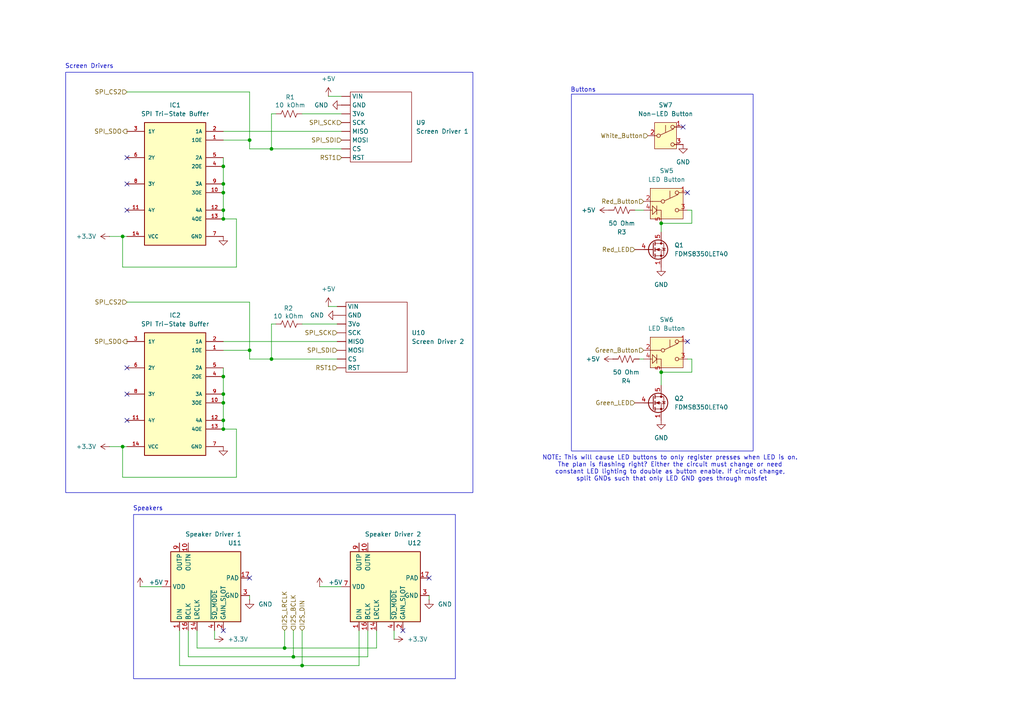
<source format=kicad_sch>
(kicad_sch (version 20250114) (generator "eeschema") (generator_version "9.0")
  (paper "A4")
  (lib_symbols
    (symbol "74HC125:74HC125" (pin_names (offset 1.016))
      (property "Reference" "IC" (at -5.0815 22.8665 0))
      (property "Value" "74HC125" (at -5.0884 -17.8093 0))
      (symbol "74HC125_0_0"
        (rectangle (start -5.08 -15.24) (end 12.7 20.32) (stroke (width 0.254)) (fill (type background)))
        (pin bidirectional line (at -10.16 17.78 0) (length 5.08) (name "1A") (number "2"))
        (pin bidirectional line (at -10.16 15.24 0) (length 5.08) (name "1OE") (number "1"))
        (pin bidirectional line (at -10.16 10.16 0) (length 5.08) (name "2A") (number "5"))
        (pin bidirectional line (at -10.16 7.62 0) (length 5.08) (name "2OE") (number "4"))
        (pin bidirectional line (at -10.16 2.54 0) (length 5.08) (name "3A") (number "9"))
        (pin bidirectional line (at -10.16 0 0) (length 5.08) (name "3OE") (number "10"))
        (pin bidirectional line (at -10.16 -5.08 0) (length 5.08) (name "4A") (number "12"))
        (pin bidirectional line (at -10.16 -7.62 0) (length 5.08) (name "4OE") (number "13"))
        (pin bidirectional line (at -10.16 -12.7 0) (length 5.08) (name "GND") (number "7"))
        (pin bidirectional line (at 17.78 17.78 180) (length 5.08) (name "1Y") (number "3"))
        (pin bidirectional line (at 17.78 10.16 180) (length 5.08) (name "2Y") (number "6"))
        (pin bidirectional line (at 17.78 2.54 180) (length 5.08) (name "3Y") (number "8"))
        (pin bidirectional line (at 17.78 -5.08 180) (length 5.08) (name "4Y") (number "11"))
        (pin bidirectional line (at 17.78 -12.7 180) (length 5.08) (name "VCC") (number "14"))
      )
    )
    (symbol "Adafruit_RA8875_1"
      (property "Reference" "U9" (at -1.2701 10.16 90))
      (property "Value" "AdafruitRA8875" (at 1.2699 10.16 90))
      (symbol "Adafruit_RA8875_1_0_1"
        (rectangle (start -10.16 8.89) (end 10.16 -8.89))
      )
      (symbol "Adafruit_RA8875_1_1_1"
        (pin power_in line (at -8.89 -11.43 90) (length 2.54) (name "VIN") (number ""))
        (pin power_out line (at -6.35 -11.43 90) (length 2.54) (name "GND") (number ""))
        (pin power_out line (at -3.81 -11.43 90) (length 2.54) (name "3Vo") (number ""))
        (pin input line (at -1.27 -11.43 90) (length 2.54) (name "SCK") (number ""))
        (pin output line (at 1.27 -11.43 90) (length 2.54) (name "MISO") (number ""))
        (pin input line (at 3.81 -11.43 90) (length 2.54) (name "MOSI") (number ""))
        (pin input line (at 6.35 -11.43 90) (length 2.54) (name "CS") (number ""))
        (pin input line (at 8.89 -11.43 90) (length 2.54) (name "RST") (number ""))
      )
    )
    (symbol "Audio:MAX98357A"
      (property "Reference" "U" (at -8.89 11.43 0))
      (property "Value" "MAX98357A" (at 10.16 11.43 0))
      (symbol "MAX98357A_1_1"
        (rectangle (start -10.16 10.16) (end 10.16 -10.16) (stroke (width 0.254)) (fill (type background)))
        (pin input line (at -12.7 7.62 0) (length 2.54) (name "DIN") (number "1"))
        (pin input line (at -12.7 5.08 0) (length 2.54) (name "BCLK") (number "16"))
        (pin input line (at -12.7 2.54 0) (length 2.54) (name "LRCLK") (number "14"))
        (pin input line (at -12.7 -2.54 0) (length 2.54) (name "~{SD_MODE}") (number "4"))
        (pin passive line (at -12.7 -5.08 0) (length 2.54) (name "GAIN_SLOT") (number "2"))
        (pin passive line (at -2.54 -12.7 90) (length 2.54) (hide yes) (name "GND") (number "11"))
        (pin passive line (at -2.54 -12.7 90) (length 2.54) (hide yes) (name "GND") (number "15"))
        (pin power_in line (at -2.54 -12.7 90) (length 2.54) (name "GND") (number "3"))
        (pin power_in line (at 0 12.7 270) (length 2.54) (name "VDD") (number "7"))
        (pin passive line (at 0 12.7 270) (length 2.54) (hide yes) (name "VDD") (number "8"))
        (pin unspecified line (at 2.54 -12.7 90) (length 2.54) (name "PAD") (number "17"))
        (pin no_connect line (at 10.16 2.54 180) (length 2.54) (hide yes) (name "NC") (number "5"))
        (pin no_connect line (at 10.16 0 180) (length 2.54) (hide yes) (name "NC") (number "6"))
        (pin no_connect line (at 10.16 -5.08 180) (length 2.54) (hide yes) (name "NC") (number "12"))
        (pin no_connect line (at 10.16 -7.62 180) (length 2.54) (hide yes) (name "NC") (number "13"))
        (pin output line (at 12.7 7.62 180) (length 2.54) (name "OUTP") (number "9"))
        (pin output line (at 12.7 5.08 180) (length 2.54) (name "OUTN") (number "10"))
      )
    )
    (symbol "Custom_Parts:Adafruit_RA8875"
      (property "Reference" "U9" (at -1.2701 10.16 90))
      (property "Value" "AdafruitRA8875" (at 1.2699 10.16 90))
      (symbol "Adafruit_RA8875_0_1"
        (rectangle (start -10.16 8.89) (end 10.16 -8.89))
      )
      (symbol "Adafruit_RA8875_1_1"
        (pin power_in line (at -8.89 -11.43 90) (length 2.54) (name "VIN") (number ""))
        (pin power_out line (at -6.35 -11.43 90) (length 2.54) (name "GND") (number ""))
        (pin power_out line (at -3.81 -11.43 90) (length 2.54) (name "3Vo") (number ""))
        (pin input line (at -1.27 -11.43 90) (length 2.54) (name "SCK") (number ""))
        (pin output line (at 1.27 -11.43 90) (length 2.54) (name "MISO") (number ""))
        (pin input line (at 3.81 -11.43 90) (length 2.54) (name "MOSI") (number ""))
        (pin input line (at 6.35 -11.43 90) (length 2.54) (name "CS") (number ""))
        (pin input line (at 8.89 -11.43 90) (length 2.54) (name "RST") (number ""))
      )
    )
    (symbol "Device:R_US" (pin_numbers (hide yes)) (pin_names (offset 0))
      (property "Reference" "R" (at 2.54 0 90))
      (property "Value" "R_US" (at -2.54 0 90))
      (symbol "R_US_0_1"
        (polyline (pts (xy 0 2.286) (xy 0 2.54)))
        (polyline (pts (xy 0 2.286) (xy 1.016 1.905) (xy 0 1.524) (xy -1.016 1.143) (xy 0 0.762)))
        (polyline (pts (xy 0 0.762) (xy 1.016 0.381) (xy 0 0) (xy -1.016 -0.381) (xy 0 -0.762)))
        (polyline (pts (xy 0 -0.762) (xy 1.016 -1.143) (xy 0 -1.524) (xy -1.016 -1.905) (xy 0 -2.286)))
        (polyline (pts (xy 0 -2.286) (xy 0 -2.54)))
      )
      (symbol "R_US_1_1"
        (pin passive line (at 0 3.81 270) (length 1.27) (name "~") (number "1"))
        (pin passive line (at 0 -3.81 90) (length 1.27) (name "~") (number "2"))
      )
    )
    (symbol "SW_Push_SPDT_2" (pin_names (offset 0) (hide yes))
      (property "Reference" "SW4" (at 2.2225 8.89 0))
      (property "Value" "LED Button" (at 2.2225 6.35 0))
      (symbol "SW_Push_SPDT_2_0_0"
        (circle (center 0.508 0) (radius 0.508))
        (polyline (pts (xy 2.54 1.016) (xy 2.54 3.048)))
        (circle (center 4.572 -2.54) (radius 0.508))
      )
      (symbol "SW_Push_SPDT_2_0_1"
        (polyline (pts (xy -2.54 0) (xy 0 0)))
        (polyline (pts (xy -2.54 -1.27) (xy -2.54 -3.81) (xy -1.27 -2.54) (xy -2.54 -1.27)))
        (polyline (pts (xy -1.27 -1.27) (xy -1.27 -3.81)))
        (polyline (pts (xy -1.27 -2.54) (xy 0 -2.54) (xy 0 -3.81)))
        (polyline (pts (xy 1.016 0.2032) (xy 4.8768 1.9812)))
        (circle (center 4.572 2.54) (radius 0.508))
      )
      (symbol "SW_Push_SPDT_2_1_1"
        (rectangle (start -3.175 3.81) (end 6.35 -5.08) (fill (type background)))
        (pin passive line (at -5.08 0 0) (length 2.54) (name "B") (number "2"))
        (pin power_in line (at -5.08 -2.54 0) (length 2.54) (name "LED_IN") (number "4"))
        (pin power_out line (at 0 -6.35 90) (length 2.54) (name "GND") (number "5"))
        (pin passive line (at 7.62 2.54 180) (length 2.54) (name "A") (number "1"))
        (pin passive line (at 7.62 -2.54 180) (length 2.54) (name "C") (number "3"))
      )
    )
    (symbol "Switch:SW_Push_SPDT" (pin_names (offset 0) (hide yes))
      (property "Reference" "SW" (at 0 5.08 0))
      (property "Value" "SW_Push_SPDT" (at 0 -5.08 0))
      (symbol "SW_Push_SPDT_0_0"
        (circle (center -2.032 0) (radius 0.508))
        (polyline (pts (xy 0 1.016) (xy 0 3.048)))
        (circle (center 2.032 -2.54) (radius 0.508))
      )
      (symbol "SW_Push_SPDT_0_1"
        (polyline (pts (xy -1.524 0.2032) (xy 2.3368 1.9812)))
        (circle (center 2.032 2.54) (radius 0.508))
      )
      (symbol "SW_Push_SPDT_1_1"
        (rectangle (start -3.175 3.81) (end 3.175 -3.81) (fill (type background)))
        (pin passive line (at -5.08 0 0) (length 2.54) (name "B") (number "2"))
        (pin passive line (at 5.08 2.54 180) (length 2.54) (name "A") (number "1"))
        (pin passive line (at 5.08 -2.54 180) (length 2.54) (name "C") (number "3"))
      )
    )
    (symbol "Transistor_FET:FDMS8350LET40" (pin_names (offset 0) (hide yes))
      (property "Reference" "Q" (at 5.08 1.905 0))
      (property "Value" "FDMS8350LET40" (at 5.08 0 0))
      (symbol "FDMS8350LET40_0_1"
        (polyline (pts (xy 0.254 1.905) (xy 0.254 -1.905)) (stroke (width 0.254)))
        (polyline (pts (xy 0.254 0) (xy -2.54 0)))
        (polyline (pts (xy 0.762 2.286) (xy 0.762 1.27)) (stroke (width 0.254)))
        (polyline (pts (xy 0.762 0.508) (xy 0.762 -0.508)) (stroke (width 0.254)))
        (polyline (pts (xy 0.762 -1.27) (xy 0.762 -2.286)) (stroke (width 0.254)))
        (polyline (pts (xy 0.762 -1.778) (xy 3.302 -1.778) (xy 3.302 1.778) (xy 0.762 1.778)))
        (polyline (pts (xy 1.016 0) (xy 2.032 0.381) (xy 2.032 -0.381) (xy 1.016 0)) (fill (type outline)))
        (circle (center 1.651 0) (radius 2.794) (stroke (width 0.254)))
        (polyline (pts (xy 2.54 2.54) (xy 2.54 1.778)))
        (circle (center 2.54 1.778) (radius 0.254) (fill (type outline)))
        (circle (center 2.54 -1.778) (radius 0.254) (fill (type outline)))
        (polyline (pts (xy 2.54 -2.54) (xy 2.54 0) (xy 0.762 0)))
        (polyline (pts (xy 2.794 0.508) (xy 2.921 0.381) (xy 3.683 0.381) (xy 3.81 0.254)))
        (polyline (pts (xy 3.302 0.381) (xy 2.921 -0.254) (xy 3.683 -0.254) (xy 3.302 0.381)))
      )
      (symbol "FDMS8350LET40_1_1"
        (pin input line (at -5.08 0 0) (length 5.08) (name "G") (number "4"))
        (pin passive line (at 2.54 5.08 270) (length 2.54) (name "D") (number "5"))
        (pin passive line (at 2.54 -5.08 90) (length 2.54) (name "S") (number "1"))
        (pin passive line (at 2.54 -5.08 90) (length 2.54) (hide yes) (name "S") (number "2"))
        (pin passive line (at 2.54 -5.08 90) (length 2.54) (hide yes) (name "S") (number "3"))
      )
    )
    (symbol "power:+3.3V" (power) (pin_numbers (hide yes)) (pin_names (offset 0) (hide yes))
      (property "Value" "+3.3V" (at 0 3.556 0))
      (symbol "+3.3V_0_1"
        (polyline (pts (xy -0.762 1.27) (xy 0 2.54)))
        (polyline (pts (xy 0 2.54) (xy 0.762 1.27)))
        (polyline (pts (xy 0 0) (xy 0 2.54)))
      )
      (symbol "+3.3V_1_1"
        (pin power_in line (at 0 0 90) (length 0) (name "~") (number "1"))
      )
    )
    (symbol "power:+5V" (power) (pin_numbers (hide yes)) (pin_names (offset 0) (hide yes))
      (property "Value" "+5V" (at 0 3.556 0))
      (symbol "+5V_0_1"
        (polyline (pts (xy -0.762 1.27) (xy 0 2.54)))
        (polyline (pts (xy 0 2.54) (xy 0.762 1.27)))
        (polyline (pts (xy 0 0) (xy 0 2.54)))
      )
      (symbol "+5V_1_1"
        (pin power_in line (at 0 0 90) (length 0) (name "~") (number "1"))
      )
    )
    (symbol "power:GND" (power) (pin_numbers (hide yes)) (pin_names (offset 0) (hide yes))
      (property "Value" "GND" (at 0 -3.81 0))
      (symbol "GND_0_1"
        (polyline (pts (xy 0 0) (xy 0 -1.27) (xy 1.27 -1.27) (xy 0 -2.54) (xy -1.27 -1.27) (xy 0 -1.27)))
      )
      (symbol "GND_1_1"
        (pin power_in line (at 0 0 270) (length 0) (name "~") (number "1"))
      )
    )
  )
  (rectangle (start 165.735 27.305) (end 218.44 130.81))
  (rectangle (start 19.05 20.955) (end 137.16 142.875))
  (rectangle (start 38.735 149.225) (end 132.08 196.85))
  (text "NOTE: This will cause LED buttons to only register presses when LED is on. \nThe plan is flashing right? Either the circuit must change or need \nconstant LED lighting to double as button enable. If circuit change, \nsplit GNDs such that only LED GND goes through mosfet" (at 194.818 135.89 0) (effects (font (size 1.27 1.27))))
  (text "Buttons" (at 169.164 26.162 0) (effects (font (size 1.27 1.27))))
  (text "Speakers\n" (at 42.926 147.574 0) (effects (font (size 1.27 1.27))))
  (text "Screen Drivers\n" (at 25.908 19.304 0) (effects (font (size 1.27 1.27))))
  (junction (at 64.77 48.26))
  (junction (at 191.77 64.77))
  (junction (at 78.74 104.14))
  (junction (at 87.63 193.04))
  (junction (at 191.77 107.95))
  (junction (at 64.77 53.34))
  (junction (at 85.09 190.5))
  (junction (at 72.39 40.64))
  (junction (at 64.77 109.22))
  (junction (at 64.77 114.3))
  (junction (at 78.74 43.18))
  (junction (at 35.56 129.54))
  (junction (at 64.77 63.5))
  (junction (at 64.77 55.88))
  (junction (at 64.77 60.96))
  (junction (at 35.56 68.58))
  (junction (at 64.77 124.46))
  (junction (at 82.55 187.96))
  (junction (at 64.77 121.92))
  (junction (at 64.77 116.84))
  (junction (at 72.39 101.6))
  (no_connect (at 36.83 121.92))
  (no_connect (at 36.83 106.68))
  (no_connect (at 36.83 114.3))
  (no_connect (at 36.83 45.72))
  (no_connect (at 64.77 182.88))
  (no_connect (at 116.84 182.88))
  (no_connect (at 36.83 53.34))
  (no_connect (at 199.39 99.06))
  (no_connect (at 124.46 167.64))
  (no_connect (at 199.39 55.88))
  (no_connect (at 72.39 167.64))
  (no_connect (at 198.12 36.83))
  (no_connect (at 36.83 60.96))
  (wire (pts (xy 62.23 185.42) (xy 62.23 182.88)))
  (wire (pts (xy 72.39 104.14) (xy 78.74 104.14)))
  (wire (pts (xy 68.58 63.5) (xy 64.77 63.5)))
  (wire (pts (xy 35.56 129.54) (xy 36.83 129.54)))
  (wire (pts (xy 52.07 193.04) (xy 87.63 193.04)))
  (wire (pts (xy 35.56 68.58) (xy 35.56 77.47)))
  (wire (pts (xy 68.58 77.47) (xy 68.58 63.5)))
  (wire (pts (xy 54.61 190.5) (xy 54.61 182.88)))
  (wire (pts (xy 72.39 101.6) (xy 64.77 101.6)))
  (wire (pts (xy 64.77 121.92) (xy 64.77 124.46)))
  (wire (pts (xy 64.77 53.34) (xy 64.77 55.88)))
  (wire (pts (xy 87.63 33.02) (xy 99.06 33.02)))
  (wire (pts (xy 64.77 45.72) (xy 64.77 48.26)))
  (wire (pts (xy 184.15 60.96) (xy 186.69 60.96)))
  (wire (pts (xy 31.75 129.54) (xy 35.56 129.54)))
  (wire (pts (xy 109.22 182.88) (xy 109.22 187.96)))
  (wire (pts (xy 200.66 60.96) (xy 200.66 64.77)))
  (wire (pts (xy 68.58 138.43) (xy 68.58 124.46)))
  (wire (pts (xy 78.74 33.02) (xy 80.01 33.02)))
  (wire (pts (xy 31.75 68.58) (xy 35.56 68.58)))
  (wire (pts (xy 199.39 104.14) (xy 200.66 104.14)))
  (wire (pts (xy 64.77 99.06) (xy 97.79 99.06)))
  (wire (pts (xy 92.71 170.18) (xy 99.06 170.18)))
  (wire (pts (xy 199.39 60.96) (xy 200.66 60.96)))
  (wire (pts (xy 68.58 124.46) (xy 64.77 124.46)))
  (wire (pts (xy 52.07 182.88) (xy 52.07 193.04)))
  (wire (pts (xy 104.14 193.04) (xy 87.63 193.04)))
  (wire (pts (xy 72.39 26.67) (xy 72.39 40.64)))
  (wire (pts (xy 35.56 129.54) (xy 35.56 138.43)))
  (wire (pts (xy 106.68 190.5) (xy 85.09 190.5)))
  (wire (pts (xy 35.56 138.43) (xy 68.58 138.43)))
  (wire (pts (xy 40.64 170.18) (xy 46.99 170.18)))
  (wire (pts (xy 191.77 111.76) (xy 191.77 107.95)))
  (wire (pts (xy 64.77 38.1) (xy 99.06 38.1)))
  (wire (pts (xy 95.25 27.94) (xy 99.06 27.94)))
  (wire (pts (xy 72.39 40.64) (xy 64.77 40.64)))
  (wire (pts (xy 36.83 87.63) (xy 72.39 87.63)))
  (wire (pts (xy 72.39 87.63) (xy 72.39 101.6)))
  (wire (pts (xy 36.83 26.67) (xy 72.39 26.67)))
  (wire (pts (xy 109.22 187.96) (xy 82.55 187.96)))
  (wire (pts (xy 64.77 48.26) (xy 64.77 53.34)))
  (wire (pts (xy 85.09 190.5) (xy 54.61 190.5)))
  (wire (pts (xy 72.39 43.18) (xy 78.74 43.18)))
  (wire (pts (xy 95.25 88.9) (xy 97.79 88.9)))
  (wire (pts (xy 35.56 77.47) (xy 68.58 77.47)))
  (wire (pts (xy 64.77 114.3) (xy 64.77 116.84)))
  (wire (pts (xy 82.55 187.96) (xy 57.15 187.96)))
  (wire (pts (xy 78.74 33.02) (xy 78.74 43.18)))
  (wire (pts (xy 85.09 182.88) (xy 85.09 190.5)))
  (wire (pts (xy 64.77 106.68) (xy 64.77 109.22)))
  (wire (pts (xy 191.77 67.31) (xy 191.77 64.77)))
  (wire (pts (xy 200.66 64.77) (xy 191.77 64.77)))
  (wire (pts (xy 57.15 187.96) (xy 57.15 182.88)))
  (wire (pts (xy 87.63 193.04) (xy 87.63 182.88)))
  (wire (pts (xy 72.39 40.64) (xy 72.39 43.18)))
  (wire (pts (xy 185.42 104.14) (xy 186.69 104.14)))
  (wire (pts (xy 72.39 173.99) (xy 72.39 172.72)))
  (wire (pts (xy 87.63 93.98) (xy 97.79 93.98)))
  (wire (pts (xy 78.74 93.98) (xy 78.74 104.14)))
  (wire (pts (xy 106.68 182.88) (xy 106.68 190.5)))
  (wire (pts (xy 82.55 182.88) (xy 82.55 187.96)))
  (wire (pts (xy 124.46 173.99) (xy 124.46 172.72)))
  (wire (pts (xy 64.77 60.96) (xy 64.77 63.5)))
  (wire (pts (xy 78.74 43.18) (xy 99.06 43.18)))
  (wire (pts (xy 64.77 109.22) (xy 64.77 114.3)))
  (wire (pts (xy 64.77 55.88) (xy 64.77 60.96)))
  (wire (pts (xy 78.74 93.98) (xy 80.01 93.98)))
  (wire (pts (xy 200.66 107.95) (xy 191.77 107.95)))
  (wire (pts (xy 72.39 101.6) (xy 72.39 104.14)))
  (wire (pts (xy 78.74 104.14) (xy 97.79 104.14)))
  (wire (pts (xy 35.56 68.58) (xy 36.83 68.58)))
  (wire (pts (xy 64.77 116.84) (xy 64.77 121.92)))
  (wire (pts (xy 114.3 185.42) (xy 114.3 182.88)))
  (wire (pts (xy 104.14 182.88) (xy 104.14 193.04)))
  (wire (pts (xy 200.66 104.14) (xy 200.66 107.95)))
  (hierarchical_label "I2S_LRCLK" (shape input) (at 82.55 182.88 90))
  (hierarchical_label "White_Button" (shape input) (at 187.96 39.37 180))
  (hierarchical_label "SPI_CS2" (shape input) (at 36.83 87.63 180))
  (hierarchical_label "Green_LED" (shape input) (at 184.15 116.84 180))
  (hierarchical_label "SPI_SDO" (shape output) (at 36.83 38.1 180))
  (hierarchical_label "RST1" (shape input) (at 99.06 45.72 180))
  (hierarchical_label "Green_Button" (shape input) (at 186.69 101.6 180))
  (hierarchical_label "Red_LED" (shape input) (at 184.15 72.39 180))
  (hierarchical_label "SPI_SCK" (shape input) (at 99.06 35.56 180))
  (hierarchical_label "Red_Button" (shape input) (at 186.69 58.42 180))
  (hierarchical_label "SPI_SCK" (shape input) (at 97.79 96.52 180))
  (hierarchical_label "SPI_SDI" (shape input) (at 99.06 40.64 180))
  (hierarchical_label "SPI_CS2" (shape input) (at 36.83 26.67 180))
  (hierarchical_label "RST1" (shape input) (at 97.79 106.68 180))
  (hierarchical_label "SPI_SDO" (shape output) (at 36.83 99.06 180))
  (hierarchical_label "I2S_BCLK" (shape input) (at 85.09 182.88 90))
  (hierarchical_label "I2S_DIN" (shape input) (at 87.63 182.88 90))
  (hierarchical_label "SPI_SDI" (shape input) (at 97.79 101.6 180))
  (symbol (lib_id "Device:R_US") (at 83.82 33.02 90) (unit 1)
    (property "Reference" "R1" (at 82.804 28.194 90) (effects (justify right)))
    (property "Value" "10 kOhm" (at 79.756 30.48 90) (effects (justify right)))
    (property "Description" "Resistor, US symbol" (effects (hide yes)))
  )
  (symbol (lib_id "power:GND") (at 124.46 173.99 0) (unit 1)
    (property "Reference" "#PWR026" (effects (hide yes)))
    (property "Value" "GND" (at 127 175.2599 0) (effects (justify left)))
    (property "Description" "Power symbol creates a global label with name \"GND\" , ground" (effects (hide yes)))
  )
  (symbol (lib_id "power:GND") (at 191.77 77.47 0) (unit 1)
    (property "Reference" "#PWR034" (effects (hide yes)))
    (property "Value" "GND" (at 191.77 82.55 0))
    (property "Description" "Power symbol creates a global label with name \"GND\" , ground" (effects (hide yes)))
  )
  (symbol (lib_id "74HC125:74HC125") (at 54.61 116.84 0) (mirror y) (unit 1)
    (property "Reference" "IC2" (at 50.8 91.44 0))
    (property "Value" "SPI Tri-State Buffer" (at 50.8 93.98 0))
    (property "Footprint" "74HC125:SOIC-14" (effects (hide yes)))
    (property "MF" "Nexperia USA" (effects (hide yes)))
    (property "Description_1" "Buffer, Non-Inverting 4 Element 1 Bit per Element 3-State Output 14-TSSOP" (effects (hide yes)))
    (property "Package" "SO-14 NXP USA" (effects (hide yes)))
    (property "Price" "None" (effects (hide yes)))
    (property "SnapEDA_Link" "https://www.snapeda.com/parts/74HC125/Nexperia/view-part/?ref=snap" (effects (hide yes)))
    (property "MP" "74HC125" (effects (hide yes)))
    (property "Availability" "In Stock" (effects (hide yes)))
    (property "Check_prices" "https://www.snapeda.com/parts/74HC125/Nexperia/view-part/?ref=eda" (effects (hide yes)))
  )
  (symbol (lib_id "power:+5V") (at 95.25 88.9 0) (unit 1)
    (property "Reference" "#PWR043" (effects (hide yes)))
    (property "Value" "+5V" (at 95.25 83.82 0))
    (property "Description" "Power symbol creates a global label with name \"+5V\"" (effects (hide yes)))
  )
  (symbol (lib_id "power:+5V") (at 95.25 27.94 0) (unit 1)
    (property "Reference" "#PWR028" (effects (hide yes)))
    (property "Value" "+5V" (at 95.25 22.86 0))
    (property "Description" "Power symbol creates a global label with name \"+5V\"" (effects (hide yes)))
  )
  (symbol (lib_id "power:+3.3V") (at 31.75 68.58 90) (unit 1)
    (property "Reference" "#PWR041" (effects (hide yes)))
    (property "Value" "+3.3V" (at 27.94 68.5799 90) (effects (justify left)))
    (property "Description" "Power symbol creates a global label with name \"+3.3V\"" (effects (hide yes)))
  )
  (symbol (lib_id "power:+3.3V") (at 62.23 185.42 270) (unit 1)
    (property "Reference" "#PWR039" (effects (hide yes)))
    (property "Value" "+3.3V" (at 66.04 185.4199 90) (effects (justify left)))
    (property "Description" "Power symbol creates a global label with name \"+3.3V\"" (effects (hide yes)))
  )
  (symbol (lib_id "Transistor_FET:FDMS8350LET40") (at 189.23 72.39 0) (unit 1)
    (property "Reference" "Q1" (at 195.58 71.1199 0) (effects (justify left)))
    (property "Value" "FDMS8350LET40" (at 195.58 73.6599 0) (effects (justify left)))
    (property "Footprint" "Package_TO_SOT_SMD:TDSON-8-1" (effects (hide yes)))
    (property "Datasheet" "https://www.onsemi.com/pub/Collateral/FDMS8350LET40-D.pdf" (effects (hide yes)))
    (property "Description" "49A Id, 40V Vds, N-Channel PowerTrench MOSFET, 0.85mOhm Ron, 242nC Qgmax, -55 to 175 °C, 5x6mm SON8" (effects (hide yes)))
  )
  (symbol (lib_id "power:GND") (at 97.79 91.44 270) (unit 1)
    (property "Reference" "#PWR033" (effects (hide yes)))
    (property "Value" "GND" (at 93.98 91.4399 90) (effects (justify right)))
    (property "Description" "Power symbol creates a global label with name \"GND\" , ground" (effects (hide yes)))
  )
  (symbol (lib_id "Device:R_US") (at 83.82 93.98 90) (unit 1)
    (property "Reference" "R2" (at 82.296 89.408 90) (effects (justify right)))
    (property "Value" "10 kOhm" (at 79.248 91.694 90) (effects (justify right)))
    (property "Description" "Resistor, US symbol" (effects (hide yes)))
  )
  (symbol (lib_id "power:GND") (at 198.12 41.91 0) (unit 1)
    (property "Reference" "#PWR036" (effects (hide yes)))
    (property "Value" "GND" (at 198.12 46.99 0))
    (property "Description" "Power symbol creates a global label with name \"GND\" , ground" (effects (hide yes)))
  )
  (symbol (lib_id "Device:R_US") (at 181.61 104.14 270) (unit 1)
    (property "Reference" "R4" (at 181.61 110.49 90))
    (property "Value" "50 Ohm" (at 181.61 107.95 90))
    (property "Description" "Resistor, US symbol" (effects (hide yes)))
  )
  (symbol (lib_id "power:GND") (at 191.77 121.92 0) (unit 1)
    (property "Reference" "#PWR030" (effects (hide yes)))
    (property "Value" "GND" (at 191.77 127 0))
    (property "Description" "Power symbol creates a global label with name \"GND\" , ground" (effects (hide yes)))
  )
  (symbol (lib_id "power:+3.3V") (at 114.3 185.42 270) (unit 1)
    (property "Reference" "#PWR05" (effects (hide yes)))
    (property "Value" "+3.3V" (at 118.11 185.4199 90) (effects (justify left)))
    (property "Description" "Power symbol creates a global label with name \"+3.3V\"" (effects (hide yes)))
  )
  (symbol (lib_id "74HC125:74HC125") (at 54.61 55.88 0) (mirror y) (unit 1)
    (property "Reference" "IC1" (at 50.8 30.48 0))
    (property "Value" "SPI Tri-State Buffer" (at 50.8 33.02 0))
    (property "Footprint" "74HC125:SOIC-14" (effects (hide yes)))
    (property "MF" "Nexperia USA" (effects (hide yes)))
    (property "Description_1" "Buffer, Non-Inverting 4 Element 1 Bit per Element 3-State Output 14-TSSOP" (effects (hide yes)))
    (property "Package" "SO-14 NXP USA" (effects (hide yes)))
    (property "Price" "None" (effects (hide yes)))
    (property "SnapEDA_Link" "https://www.snapeda.com/parts/74HC125/Nexperia/view-part/?ref=snap" (effects (hide yes)))
    (property "MP" "74HC125" (effects (hide yes)))
    (property "Availability" "In Stock" (effects (hide yes)))
    (property "Check_prices" "https://www.snapeda.com/parts/74HC125/Nexperia/view-part/?ref=eda" (effects (hide yes)))
  )
  (symbol (lib_id "Switch:SW_Push_SPDT") (at 193.04 39.37 0) (unit 1)
    (property "Reference" "SW7" (at 193.04 30.48 0))
    (property "Value" "Non-LED Button" (at 193.04 33.02 0))
    (property "Description" "Momentary Switch, single pole double throw" (effects (hide yes)))
  )
  (symbol (lib_name "Adafruit_RA8875_1") (lib_id "Custom_Parts:Adafruit_RA8875") (at 109.22 97.79 270) (unit 1)
    (property "Reference" "U10" (at 119.38 96.5199 90) (effects (justify left)))
    (property "Value" "Screen Driver 2" (at 119.38 99.0599 90) (effects (justify left)))
  )
  (symbol (lib_id "power:+5V") (at 92.71 170.18 0) (unit 1)
    (property "Reference" "#PWR02" (effects (hide yes)))
    (property "Value" "+5V" (at 95.25 168.9099 0) (effects (justify left)))
    (property "Description" "Power symbol creates a global label with name \"+5V\"" (effects (hide yes)))
  )
  (symbol (lib_name "SW_Push_SPDT_2") (lib_id "Switch:SW_Push_SPDT") (at 191.77 58.42 0) (unit 1)
    (property "Reference" "SW5" (at 193.3575 49.53 0))
    (property "Value" "LED Button" (at 193.3575 52.07 0))
    (property "Description" "Momentary Switch, single pole double throw" (effects (hide yes)))
  )
  (symbol (lib_id "power:+5V") (at 177.8 104.14 90) (unit 1)
    (property "Reference" "#PWR035" (effects (hide yes)))
    (property "Value" "+5V" (at 173.99 104.1399 90) (effects (justify left)))
    (property "Description" "Power symbol creates a global label with name \"+5V\"" (effects (hide yes)))
  )
  (symbol (lib_id "Device:R_US") (at 180.34 60.96 270) (unit 1)
    (property "Reference" "R3" (at 180.34 67.31 90))
    (property "Value" "50 Ohm" (at 180.34 64.77 90))
    (property "Description" "Resistor, US symbol" (effects (hide yes)))
  )
  (symbol (lib_id "power:GND") (at 72.39 173.99 0) (unit 1)
    (property "Reference" "#PWR038" (effects (hide yes)))
    (property "Value" "GND" (at 74.93 175.2599 0) (effects (justify left)))
    (property "Description" "Power symbol creates a global label with name \"GND\" , ground" (effects (hide yes)))
  )
  (symbol (lib_id "Audio:MAX98357A") (at 111.76 170.18 90) (unit 1)
    (property "Reference" "U12" (at 122.174 157.48 90) (effects (justify left)))
    (property "Value" "Speaker Driver 2" (at 122.174 154.94 90) (effects (justify left)))
    (property "Footprint" "Package_DFN_QFN:TQFN-16-1EP_3x3mm_P0.5mm_EP1.23x1.23mm" (effects (hide yes)))
    (property "Datasheet" "https://www.analog.com/media/en/technical-documentation/data-sheets/MAX98357A-MAX98357B.pdf" (effects (hide yes)))
    (property "Description" "Mono DAC with amplifier, I2S, PCM, TDM, 32-bit, 96khz, 3.2W, TQFP-16" (effects (hide yes)))
  )
  (symbol (lib_id "power:+5V") (at 176.53 60.96 90) (unit 1)
    (property "Reference" "#PWR027" (effects (hide yes)))
    (property "Value" "+5V" (at 172.72 60.9599 90) (effects (justify left)))
    (property "Description" "Power symbol creates a global label with name \"+5V\"" (effects (hide yes)))
  )
  (symbol (lib_id "power:GND") (at 64.77 68.58 0) (mirror y) (unit 1)
    (property "Reference" "#PWR040" (effects (hide yes)))
    (property "Value" "GND" (effects (hide yes)))
    (property "Description" "Power symbol creates a global label with name \"GND\" , ground" (effects (hide yes)))
  )
  (symbol (lib_name "SW_Push_SPDT_2") (lib_id "Switch:SW_Push_SPDT") (at 191.77 101.6 0) (unit 1)
    (property "Reference" "SW6" (at 193.3575 92.71 0))
    (property "Value" "LED Button" (at 193.3575 95.25 0))
    (property "Description" "Momentary Switch, single pole double throw" (effects (hide yes)))
  )
  (symbol (lib_id "Transistor_FET:FDMS8350LET40") (at 189.23 116.84 0) (unit 1)
    (property "Reference" "Q2" (at 195.58 115.5699 0) (effects (justify left)))
    (property "Value" "FDMS8350LET40" (at 195.58 118.1099 0) (effects (justify left)))
    (property "Footprint" "Package_TO_SOT_SMD:TDSON-8-1" (effects (hide yes)))
    (property "Datasheet" "https://www.onsemi.com/pub/Collateral/FDMS8350LET40-D.pdf" (effects (hide yes)))
    (property "Description" "49A Id, 40V Vds, N-Channel PowerTrench MOSFET, 0.85mOhm Ron, 242nC Qgmax, -55 to 175 °C, 5x6mm SON8" (effects (hide yes)))
  )
  (symbol (lib_id "power:GND") (at 64.77 129.54 0) (mirror y) (unit 1)
    (property "Reference" "#PWR044" (effects (hide yes)))
    (property "Value" "GND" (effects (hide yes)))
    (property "Description" "Power symbol creates a global label with name \"GND\" , ground" (effects (hide yes)))
  )
  (symbol (lib_id "power:+5V") (at 40.64 170.18 0) (unit 1)
    (property "Reference" "#PWR037" (effects (hide yes)))
    (property "Value" "+5V" (at 43.18 168.9099 0) (effects (justify left)))
    (property "Description" "Power symbol creates a global label with name \"+5V\"" (effects (hide yes)))
  )
  (symbol (lib_id "power:+3.3V") (at 31.75 129.54 90) (unit 1)
    (property "Reference" "#PWR032" (effects (hide yes)))
    (property "Value" "+3.3V" (at 27.94 129.5399 90) (effects (justify left)))
    (property "Description" "Power symbol creates a global label with name \"+3.3V\"" (effects (hide yes)))
  )
  (symbol (lib_id "Audio:MAX98357A") (at 59.69 170.18 90) (unit 1)
    (property "Reference" "U11" (at 70.104 157.48 90) (effects (justify left)))
    (property "Value" "Speaker Driver 1" (at 70.104 154.94 90) (effects (justify left)))
    (property "Footprint" "Package_DFN_QFN:TQFN-16-1EP_3x3mm_P0.5mm_EP1.23x1.23mm" (effects (hide yes)))
    (property "Datasheet" "https://www.analog.com/media/en/technical-documentation/data-sheets/MAX98357A-MAX98357B.pdf" (effects (hide yes)))
    (property "Description" "Mono DAC with amplifier, I2S, PCM, TDM, 32-bit, 96khz, 3.2W, TQFP-16" (effects (hide yes)))
  )
  (symbol (lib_id "power:GND") (at 99.06 30.48 270) (unit 1)
    (property "Reference" "#PWR029" (effects (hide yes)))
    (property "Value" "GND" (at 95.25 30.4799 90) (effects (justify right)))
    (property "Description" "Power symbol creates a global label with name \"GND\" , ground" (effects (hide yes)))
  )
  (symbol (lib_id "Custom_Parts:Adafruit_RA8875") (at 110.49 36.83 270) (unit 1)
    (property "Reference" "U9" (at 120.65 35.5599 90) (effects (justify left)))
    (property "Value" "Screen Driver 1" (at 120.65 38.0999 90) (effects (justify left)))
  )
)
</source>
